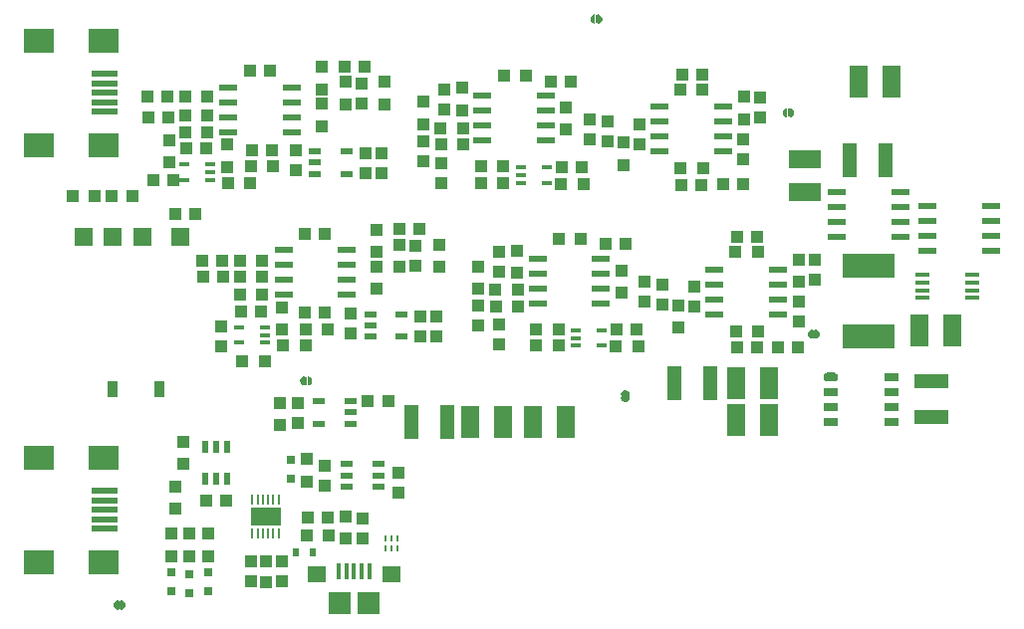
<source format=gtp>
G04 Layer_Color=8421504*
%FSLAX43Y43*%
%MOMM*%
G71*
G01*
G75*
%ADD10R,2.500X2.000*%
%ADD11R,2.300X0.500*%
%ADD12R,1.500X1.500*%
%ADD13R,4.500X2.000*%
%ADD14R,0.250X0.520*%
%ADD15R,1.900X1.900*%
%ADD16R,1.600X1.400*%
%ADD17R,0.400X1.350*%
%ADD18R,0.900X1.400*%
%ADD19R,1.250X0.450*%
%ADD20R,0.850X0.350*%
%ADD21R,0.800X0.800*%
%ADD22R,0.600X1.050*%
%ADD23R,1.050X0.600*%
G04:AMPARAMS|DCode=24|XSize=0.762mm|YSize=1.143mm|CornerRadius=0mm|HoleSize=0mm|Usage=FLASHONLY|Rotation=270.000|XOffset=0mm|YOffset=0mm|HoleType=Round|Shape=Octagon|*
%AMOCTAGOND24*
4,1,8,0.572,0.191,0.572,-0.191,0.381,-0.381,-0.381,-0.381,-0.572,-0.191,-0.572,0.191,-0.381,0.381,0.381,0.381,0.572,0.191,0.0*
%
%ADD24OCTAGOND24*%

%ADD25R,1.143X0.762*%
%ADD26R,1.550X0.600*%
%ADD29R,0.600X0.800*%
%ADD30R,1.200X3.000*%
%ADD31R,3.000X1.200*%
%ADD32R,1.000X1.000*%
%ADD33R,1.000X1.000*%
%ADD34R,1.600X2.700*%
%ADD35R,2.700X1.600*%
%ADD36R,1.100X1.000*%
%ADD37R,1.000X1.100*%
%ADD38O,0.250X0.850*%
%ADD39R,2.550X1.550*%
%ADD73R,0.250X0.800*%
%ADD74R,0.800X0.250*%
G36*
X50187Y51342D02*
X50299Y51230D01*
X50360Y51083D01*
Y51003D01*
Y50924D01*
X50299Y50777D01*
X50187Y50664D01*
X50040Y50603D01*
X49960D01*
Y51403D01*
X50040D01*
X50187Y51342D01*
D02*
G37*
G36*
X49760Y50603D02*
X49681D01*
X49534Y50664D01*
X49421Y50777D01*
X49360Y50924D01*
Y51003D01*
Y51083D01*
X49421Y51230D01*
X49534Y51342D01*
X49681Y51403D01*
X49760D01*
Y50603D01*
D02*
G37*
G36*
X66519Y43367D02*
X66632Y43254D01*
X66692Y43107D01*
Y43028D01*
Y42948D01*
X66632Y42801D01*
X66519Y42688D01*
X66372Y42628D01*
X66292D01*
Y43428D01*
X66372D01*
X66519Y43367D01*
D02*
G37*
G36*
X66092Y42628D02*
X66013D01*
X65866Y42688D01*
X65753Y42801D01*
X65692Y42948D01*
Y43028D01*
Y43107D01*
X65753Y43254D01*
X65866Y43367D01*
X66013Y43428D01*
X66092D01*
Y42628D01*
D02*
G37*
G36*
X68678Y24545D02*
X68790Y24433D01*
X68851Y24286D01*
Y24206D01*
Y24127D01*
X68790Y23980D01*
X68678Y23867D01*
X68531Y23806D01*
X68451D01*
Y24606D01*
X68531D01*
X68678Y24545D01*
D02*
G37*
G36*
X68251Y23806D02*
X68172D01*
X68025Y23867D01*
X67912Y23980D01*
X67851Y24127D01*
Y24206D01*
Y24286D01*
X67912Y24433D01*
X68025Y24545D01*
X68172Y24606D01*
X68251D01*
Y23806D01*
D02*
G37*
G36*
X25523Y20583D02*
X25636Y20470D01*
X25697Y20323D01*
Y20244D01*
Y20164D01*
X25636Y20017D01*
X25523Y19905D01*
X25376Y19844D01*
X25297D01*
Y20644D01*
X25376D01*
X25523Y20583D01*
D02*
G37*
G36*
X25097Y19844D02*
X25017D01*
X24870Y19905D01*
X24758Y20017D01*
X24697Y20164D01*
Y20244D01*
Y20323D01*
X24758Y20470D01*
X24870Y20583D01*
X25017Y20644D01*
X25097D01*
Y19844D01*
D02*
G37*
G36*
X52551Y19362D02*
X52663Y19250D01*
X52724Y19103D01*
Y19023D01*
X51924D01*
Y19103D01*
X51985Y19250D01*
X52097Y19362D01*
X52244Y19423D01*
X52404D01*
X52551Y19362D01*
D02*
G37*
G36*
X52724Y18743D02*
X52663Y18596D01*
X52551Y18484D01*
X52404Y18423D01*
X52244D01*
X52097Y18484D01*
X51985Y18596D01*
X51924Y18743D01*
Y18823D01*
X52724D01*
Y18743D01*
D02*
G37*
G36*
X22655Y8200D02*
X20832D01*
Y9121D01*
X22655D01*
Y8200D01*
D02*
G37*
G36*
X9648Y1508D02*
X9761Y1395D01*
X9822Y1248D01*
Y1168D01*
Y1089D01*
X9761Y942D01*
X9648Y829D01*
X9501Y768D01*
X9422D01*
Y1568D01*
X9501D01*
X9648Y1508D01*
D02*
G37*
G36*
X9222Y768D02*
X9142D01*
X8995Y829D01*
X8883Y942D01*
X8822Y1089D01*
Y1168D01*
Y1248D01*
X8883Y1395D01*
X8995Y1508D01*
X9142Y1568D01*
X9222D01*
Y768D01*
D02*
G37*
D10*
X2500Y4800D02*
D03*
Y13700D02*
D03*
X8000Y4800D02*
D03*
Y13700D02*
D03*
Y49200D02*
D03*
Y40300D02*
D03*
X2500Y49200D02*
D03*
Y40300D02*
D03*
D11*
X8100Y7650D02*
D03*
Y8450D02*
D03*
Y9250D02*
D03*
Y10050D02*
D03*
Y10850D02*
D03*
Y46350D02*
D03*
Y45550D02*
D03*
Y44750D02*
D03*
Y43950D02*
D03*
Y43150D02*
D03*
D12*
X14513Y32490D02*
D03*
X11263D02*
D03*
X8763D02*
D03*
X6263D02*
D03*
D13*
X73025Y24051D02*
D03*
Y30051D02*
D03*
D14*
X31961Y6786D02*
D03*
X32461D02*
D03*
X32961D02*
D03*
Y6016D02*
D03*
X32461D02*
D03*
X31961D02*
D03*
D15*
X30461Y1346D02*
D03*
X28061D02*
D03*
D16*
X32461Y3796D02*
D03*
X26061D02*
D03*
D17*
X30561Y4021D02*
D03*
X29911D02*
D03*
X29261D02*
D03*
X28611D02*
D03*
X27961D02*
D03*
D18*
X8719Y19507D02*
D03*
X12719D02*
D03*
D19*
X81794Y27926D02*
D03*
X77574D02*
D03*
X81794Y27276D02*
D03*
Y28576D02*
D03*
Y29226D02*
D03*
X77574Y27276D02*
D03*
Y28576D02*
D03*
Y29226D02*
D03*
D20*
X48149Y24526D02*
D03*
Y23876D02*
D03*
Y23226D02*
D03*
X50349D02*
D03*
Y24526D02*
D03*
X43477Y38369D02*
D03*
Y37719D02*
D03*
Y37069D02*
D03*
X45677D02*
D03*
Y38369D02*
D03*
X17063Y37323D02*
D03*
Y37973D02*
D03*
Y38623D02*
D03*
X14863D02*
D03*
Y37323D02*
D03*
X21735Y23480D02*
D03*
Y24130D02*
D03*
Y24780D02*
D03*
X19535D02*
D03*
Y23480D02*
D03*
D21*
X13716Y3975D02*
D03*
Y2375D02*
D03*
X16891Y3975D02*
D03*
Y2375D02*
D03*
X15265Y2210D02*
D03*
Y3810D02*
D03*
X23927Y11875D02*
D03*
Y13475D02*
D03*
D22*
X18501Y14583D02*
D03*
X17551D02*
D03*
X16601D02*
D03*
X17551Y11883D02*
D03*
X16601D02*
D03*
X18501D02*
D03*
D23*
X28673Y13142D02*
D03*
Y12192D02*
D03*
Y11242D02*
D03*
X31373Y12192D02*
D03*
Y11242D02*
D03*
Y13142D02*
D03*
X26256Y18501D02*
D03*
Y16601D02*
D03*
X28956Y18501D02*
D03*
Y17551D02*
D03*
Y16601D02*
D03*
X33335Y24003D02*
D03*
Y25903D02*
D03*
X30635Y24003D02*
D03*
Y24953D02*
D03*
Y25903D02*
D03*
X28663Y37846D02*
D03*
Y39746D02*
D03*
X25963Y37846D02*
D03*
Y38796D02*
D03*
Y39746D02*
D03*
D24*
X69774Y20574D02*
D03*
D25*
Y19304D02*
D03*
Y18034D02*
D03*
Y16764D02*
D03*
X74981D02*
D03*
Y18034D02*
D03*
Y19304D02*
D03*
Y20574D02*
D03*
D26*
X44861Y30649D02*
D03*
Y29379D02*
D03*
Y28109D02*
D03*
Y26839D02*
D03*
X50261D02*
D03*
Y28109D02*
D03*
Y29379D02*
D03*
Y30649D02*
D03*
X40189Y44492D02*
D03*
Y43222D02*
D03*
Y41952D02*
D03*
Y40682D02*
D03*
X45589D02*
D03*
Y41952D02*
D03*
Y43222D02*
D03*
Y44492D02*
D03*
X23266Y31377D02*
D03*
Y30107D02*
D03*
Y28837D02*
D03*
Y27567D02*
D03*
X28666D02*
D03*
Y28837D02*
D03*
Y30107D02*
D03*
Y31377D02*
D03*
X18594Y45220D02*
D03*
Y43950D02*
D03*
Y42680D02*
D03*
Y41410D02*
D03*
X23994D02*
D03*
Y42680D02*
D03*
Y43950D02*
D03*
Y45220D02*
D03*
X59899Y29687D02*
D03*
Y28417D02*
D03*
Y27147D02*
D03*
Y25877D02*
D03*
X65299D02*
D03*
Y27147D02*
D03*
Y28417D02*
D03*
Y29687D02*
D03*
X55227Y43530D02*
D03*
Y42260D02*
D03*
Y40990D02*
D03*
Y39720D02*
D03*
X60627D02*
D03*
Y40990D02*
D03*
Y42260D02*
D03*
Y43530D02*
D03*
X70325Y36322D02*
D03*
Y35052D02*
D03*
Y33782D02*
D03*
Y32512D02*
D03*
X75725D02*
D03*
Y33782D02*
D03*
Y35052D02*
D03*
Y36322D02*
D03*
X78000Y35105D02*
D03*
Y33835D02*
D03*
Y32565D02*
D03*
Y31295D02*
D03*
X83400D02*
D03*
Y32565D02*
D03*
Y33835D02*
D03*
Y35105D02*
D03*
D29*
X24344Y5613D02*
D03*
X25744D02*
D03*
D30*
X37160Y16764D02*
D03*
X34112D02*
D03*
X74422Y38989D02*
D03*
X71374D02*
D03*
X59563Y20066D02*
D03*
X56515D02*
D03*
D31*
X78359Y20193D02*
D03*
Y17145D02*
D03*
D32*
X44743Y23241D02*
D03*
X46643D02*
D03*
X40071Y37084D02*
D03*
X41971D02*
D03*
X46643Y24638D02*
D03*
X44743D02*
D03*
X41971Y38481D02*
D03*
X40071D02*
D03*
X23241Y23241D02*
D03*
X25141D02*
D03*
X18569Y37084D02*
D03*
X20469D02*
D03*
X27137Y7112D02*
D03*
X25237D02*
D03*
X46660Y32327D02*
D03*
X48560D02*
D03*
X41988Y46170D02*
D03*
X43888D02*
D03*
X61714Y24455D02*
D03*
X63614D02*
D03*
X57042Y38298D02*
D03*
X58942D02*
D03*
X21458Y27559D02*
D03*
X19558D02*
D03*
X16786Y41402D02*
D03*
X14886D02*
D03*
X19548Y29058D02*
D03*
X21448D02*
D03*
X14900Y42824D02*
D03*
X16800D02*
D03*
X43216Y26594D02*
D03*
X41316D02*
D03*
X38542Y40335D02*
D03*
X36642D02*
D03*
X43165Y27991D02*
D03*
X41265D02*
D03*
X38517Y41707D02*
D03*
X36617D02*
D03*
X63574Y31178D02*
D03*
X61674D02*
D03*
X58902Y45021D02*
D03*
X57002D02*
D03*
X25146Y24638D02*
D03*
X27046D02*
D03*
X20474Y38481D02*
D03*
X22374D02*
D03*
X19573Y30455D02*
D03*
X21473D02*
D03*
X14925Y44399D02*
D03*
X16825D02*
D03*
X5324Y35966D02*
D03*
X7224D02*
D03*
X21675Y21875D02*
D03*
X19775D02*
D03*
X46875Y36975D02*
D03*
X48775D02*
D03*
X51525Y23175D02*
D03*
X53425D02*
D03*
D33*
X23175Y26477D02*
D03*
Y24577D02*
D03*
X18503Y40320D02*
D03*
Y38420D02*
D03*
X22962Y18349D02*
D03*
Y16449D02*
D03*
X13767Y7236D02*
D03*
Y5336D02*
D03*
X14783Y15047D02*
D03*
Y13147D02*
D03*
X16866Y5311D02*
D03*
Y7211D02*
D03*
X15291D02*
D03*
Y5311D02*
D03*
X14097Y11262D02*
D03*
Y9362D02*
D03*
X28575Y6822D02*
D03*
Y8722D02*
D03*
X25248Y11674D02*
D03*
Y13574D02*
D03*
X56869Y26665D02*
D03*
Y24765D02*
D03*
X52197Y40508D02*
D03*
Y38608D02*
D03*
X51979Y27741D02*
D03*
Y29641D02*
D03*
X47307Y41584D02*
D03*
Y43484D02*
D03*
X67070Y28661D02*
D03*
Y30561D02*
D03*
X62398Y42504D02*
D03*
Y44404D02*
D03*
X39802Y28057D02*
D03*
Y29957D02*
D03*
X35154Y42052D02*
D03*
Y43952D02*
D03*
X31215Y29972D02*
D03*
Y28072D02*
D03*
X26543Y43815D02*
D03*
Y41915D02*
D03*
X36549Y29911D02*
D03*
Y31811D02*
D03*
X31877Y43754D02*
D03*
Y45654D02*
D03*
X43114Y29403D02*
D03*
Y31303D02*
D03*
X38442Y43246D02*
D03*
Y45146D02*
D03*
X33147Y29936D02*
D03*
Y31836D02*
D03*
X28536Y43754D02*
D03*
Y45654D02*
D03*
X26543Y46924D02*
D03*
Y45024D02*
D03*
X31215Y33081D02*
D03*
Y31181D02*
D03*
X13550Y38800D02*
D03*
Y40700D02*
D03*
D34*
X61719Y16891D02*
D03*
X64519D02*
D03*
X61716Y20066D02*
D03*
X64516D02*
D03*
X77300Y24500D02*
D03*
X80100D02*
D03*
X72133Y45720D02*
D03*
X74933D02*
D03*
X47272Y16764D02*
D03*
X44472D02*
D03*
X41964Y16739D02*
D03*
X39164D02*
D03*
D35*
X67564Y39119D02*
D03*
Y36319D02*
D03*
D36*
X18071Y30429D02*
D03*
X16371D02*
D03*
X13372Y44425D02*
D03*
X11672D02*
D03*
X13950Y37300D02*
D03*
X12250D02*
D03*
X30455Y18491D02*
D03*
X32155D02*
D03*
X18376Y10008D02*
D03*
X16676D02*
D03*
X27012Y8636D02*
D03*
X25312D02*
D03*
X66990Y23114D02*
D03*
X65290D02*
D03*
X62318Y36957D02*
D03*
X60618D02*
D03*
X52347Y31845D02*
D03*
X50647D02*
D03*
X47675Y45688D02*
D03*
X45975D02*
D03*
X51550Y24600D02*
D03*
X53250D02*
D03*
X46925Y38400D02*
D03*
X48625D02*
D03*
X18122Y29058D02*
D03*
X16422D02*
D03*
X13472Y42672D02*
D03*
X11772D02*
D03*
X25058Y26060D02*
D03*
X26758D02*
D03*
X20574Y39878D02*
D03*
X22274D02*
D03*
X25119Y32766D02*
D03*
X26819D02*
D03*
X20447Y46609D02*
D03*
X22147D02*
D03*
X63488Y23058D02*
D03*
X61788D02*
D03*
X58816Y36901D02*
D03*
X57116D02*
D03*
X21358Y26162D02*
D03*
X19658D02*
D03*
X16686Y40005D02*
D03*
X14986D02*
D03*
X34859Y33147D02*
D03*
X33159D02*
D03*
X30187Y46990D02*
D03*
X28487D02*
D03*
X61825Y32473D02*
D03*
X63525D02*
D03*
X57153Y46316D02*
D03*
X58853D02*
D03*
X15811Y34417D02*
D03*
X14111D02*
D03*
X8700Y35975D02*
D03*
X10400D02*
D03*
D37*
X17975Y23150D02*
D03*
Y24850D02*
D03*
X24486Y16651D02*
D03*
Y18351D02*
D03*
X29972Y6821D02*
D03*
Y8521D02*
D03*
X20472Y4863D02*
D03*
Y3163D02*
D03*
X21819Y4838D02*
D03*
Y3138D02*
D03*
X23165Y4851D02*
D03*
Y3151D02*
D03*
X33020Y12432D02*
D03*
Y10732D02*
D03*
X26797Y11291D02*
D03*
Y12991D02*
D03*
X36256Y24042D02*
D03*
Y25742D02*
D03*
X31584Y37885D02*
D03*
Y39585D02*
D03*
X34517Y30011D02*
D03*
Y31711D02*
D03*
X29947Y43854D02*
D03*
Y45554D02*
D03*
X55475Y26729D02*
D03*
Y28429D02*
D03*
X50803Y40572D02*
D03*
Y42272D02*
D03*
X53948Y26963D02*
D03*
Y28663D02*
D03*
X49276Y40806D02*
D03*
Y42506D02*
D03*
X68441Y28829D02*
D03*
Y30529D02*
D03*
X63769Y42672D02*
D03*
Y44372D02*
D03*
X41590Y29503D02*
D03*
Y31203D02*
D03*
X36918Y43346D02*
D03*
Y45046D02*
D03*
X41580Y25031D02*
D03*
Y23331D02*
D03*
X36678Y38772D02*
D03*
Y37072D02*
D03*
X39776Y24931D02*
D03*
Y26631D02*
D03*
X35154Y38901D02*
D03*
Y40601D02*
D03*
X67044Y26948D02*
D03*
Y25248D02*
D03*
X62372Y40791D02*
D03*
Y39091D02*
D03*
X58219Y26526D02*
D03*
Y28226D02*
D03*
X53547Y40369D02*
D03*
Y42069D02*
D03*
X34898Y25742D02*
D03*
Y24042D02*
D03*
X30226Y39585D02*
D03*
Y37885D02*
D03*
X29017Y25996D02*
D03*
Y24296D02*
D03*
X24345Y39839D02*
D03*
Y38139D02*
D03*
D38*
X20617Y7211D02*
D03*
X21067D02*
D03*
X21517D02*
D03*
X21967D02*
D03*
X22417D02*
D03*
X22867D02*
D03*
Y10111D02*
D03*
X22417D02*
D03*
X21967D02*
D03*
X21517D02*
D03*
X21067D02*
D03*
X20617D02*
D03*
D39*
X21742Y8661D02*
D03*
D73*
X49860Y51003D02*
D03*
X25197Y20244D02*
D03*
X68351Y24206D02*
D03*
X66192Y43028D02*
D03*
X9322Y1168D02*
D03*
D74*
X52324Y18923D02*
D03*
M02*

</source>
